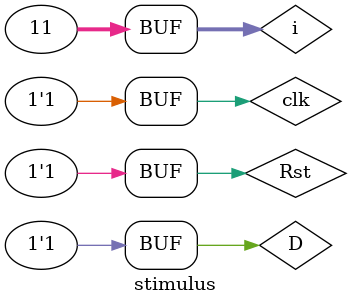
<source format=v>
module d_ff(
    input wire clk,
    input wire D,
    input wire Rst,
    output reg Q
);

always @(negedge Rst or posedge clk)
begin
    if(!Rst)
        Q = 0;
    else
        Q= D;
end
endmodule

`timescale 1ns/1ps
module stimulus;
    reg clk;
    reg D;
    wire Q;
    reg Rst;
    d_ff d1(
        .clk(clk),
        .D(D),
        .Q(Q),
        .Rst(Rst)
    );
    integer i;
    initial begin
        $dumpfile("D_FF_2.vcd");
        $dumpvars(0,stimulus);
        D = 0;
        #8 D = 1;
        #10 D = 0;
        #10 D = 0;
        #10 D = 1;
        #10 D = 0;
        #10 D = 1;	
        #40;
    end
    initial begin
        clk = 0;
        for (i = 0; i<=10; i=i+1) begin
            #10 clk = ~clk;
        end
    end
    initial begin
        Rst = 1;
        #28 Rst = 0;
        #52 Rst = 1;
    end

endmodule
</source>
